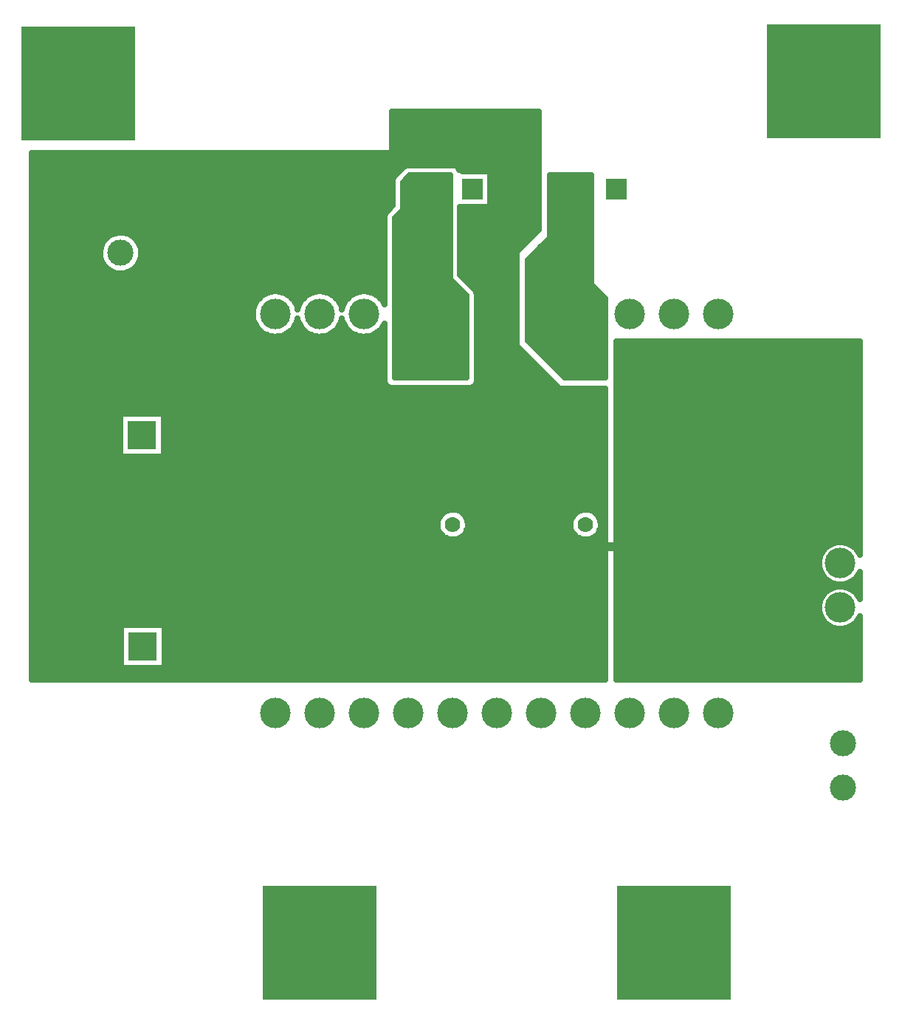
<source format=gbr>
G04 DipTrace 2.3.0.3*
%INBottom.gbr*%
%MOMM*%
%ADD13C,0.5*%
%ADD15C,1.0*%
%ADD17C,0.33*%
%ADD19C,0.635*%
%ADD24R,3.3X3.3*%
%ADD25C,3.3*%
%ADD27R,2.4X2.4*%
%ADD28C,2.4*%
%ADD29C,1.778*%
%ADD30C,1.778*%
%ADD31C,3.5*%
%ADD32C,3.5*%
%ADD34R,13.0X13.0*%
%ADD35C,3.0*%
%ADD39C,1.016*%
%FSLAX53Y53*%
G04*
G71*
G90*
G75*
G01*
%LNBottom*%
%LPD*%
X95330Y47705D2*
D13*
Y23575D1*
X95410Y23495D1*
X97790Y68580D2*
Y54610D1*
X95250Y52070D1*
Y47785D1*
X95330Y47705D1*
X148803Y75883D2*
Y80645D1*
X134938D1*
X132398Y78105D1*
Y75883D1*
X132293D1*
X101918D1*
X97790Y71755D1*
Y68580D1*
X147320Y45085D2*
Y55880D1*
X148273Y56832D1*
Y61595D1*
Y68898D1*
X148908Y69533D1*
Y75778D1*
X148803Y75883D1*
X171133Y44450D2*
X173990D1*
X171133D2*
Y40005D1*
Y37783D1*
X168953Y35603D1*
X168910Y35560D1*
X165735D1*
X185420Y38100D2*
X171450D1*
X171133Y37783D1*
X161925Y26352D2*
X170627D1*
X172720D1*
X174308Y27940D1*
X170627Y26352D2*
Y33928D1*
X168953Y35603D1*
X179070Y40005D2*
X171133D1*
X165735Y35560D2*
D15*
Y34925D1*
X151447D1*
D13*
X147320Y39053D1*
Y45085D1*
X146050Y61595D2*
D17*
X148273D1*
X137742Y75883D2*
Y63447D1*
X135890Y61595D1*
X140970D1*
Y55245D1*
X156580Y55615D2*
X156210Y55245D1*
Y61595D1*
X151130D1*
X154253Y75883D2*
Y63553D1*
X156210Y61595D1*
D39*
X147320Y45085D3*
X165735Y35560D3*
X173990Y44450D3*
X171133D3*
X161925Y26352D3*
X174308Y27940D3*
X179070Y40005D3*
X135452Y76838D2*
D19*
X140594D1*
X135314Y76207D2*
X140594D1*
X135314Y75575D2*
X140594D1*
X135314Y74943D2*
X140594D1*
X135314Y74312D2*
X140594D1*
X135314Y73680D2*
X140594D1*
X134837Y73048D2*
X140594D1*
X134366Y72417D2*
X140594D1*
X134366Y71785D2*
X140594D1*
X134366Y71153D2*
X140594D1*
X134366Y70522D2*
X140594D1*
X134366Y69890D2*
X140594D1*
X134366Y69258D2*
X140594D1*
X134366Y68627D2*
X140594D1*
X134366Y67995D2*
X140594D1*
X134366Y67363D2*
X140594D1*
X134366Y66732D2*
X140594D1*
X134366Y66100D2*
X140594D1*
X134366Y65468D2*
X140713D1*
X134366Y64837D2*
X141348D1*
X134366Y64205D2*
X141973D1*
X134366Y63573D2*
X142499D1*
X134366Y62942D2*
X142499D1*
X134366Y62310D2*
X142499D1*
X134366Y61678D2*
X142499D1*
X134366Y61047D2*
X142499D1*
X134366Y60415D2*
X142499D1*
X134366Y59783D2*
X142499D1*
X134366Y59152D2*
X142499D1*
X134366Y58520D2*
X142499D1*
X134366Y57888D2*
X142499D1*
X134366Y57257D2*
X142499D1*
X134366Y56625D2*
X142499D1*
X134366Y55993D2*
X142499D1*
X134366Y55362D2*
X142499D1*
X134366Y54730D2*
X142499D1*
X134303Y59055D2*
Y54293D1*
X142558D1*
Y63688D1*
X140743Y65507D1*
X140653Y65722D1*
Y77470D1*
X136019D1*
X135252Y76700D1*
X135250Y73652D1*
X135162Y73436D1*
X134299Y72573D1*
X134303Y59372D1*
Y59055D1*
X152141Y76838D2*
X156786D1*
X152141Y76207D2*
X156786D1*
X152141Y75575D2*
X156786D1*
X152141Y74943D2*
X156786D1*
X152141Y74312D2*
X156786D1*
X152141Y73680D2*
X156786D1*
X152141Y73048D2*
X156786D1*
X152141Y72417D2*
X156786D1*
X152141Y71785D2*
X156786D1*
X152141Y71153D2*
X156786D1*
X152141Y70522D2*
X156786D1*
X151685Y69890D2*
X156786D1*
X151050Y69258D2*
X156786D1*
X150415Y68627D2*
X156786D1*
X149790Y67995D2*
X156786D1*
X149606Y67363D2*
X156786D1*
X149606Y66732D2*
X156786D1*
X149606Y66100D2*
X156786D1*
X149606Y65468D2*
X156786D1*
X149606Y64837D2*
X156906D1*
X149606Y64205D2*
X157531D1*
X149606Y63573D2*
X158166D1*
X149606Y62942D2*
X158374D1*
X149606Y62310D2*
X158374D1*
X149606Y61678D2*
X158374D1*
X149606Y61047D2*
X158374D1*
X149606Y60415D2*
X158374D1*
X149606Y59783D2*
X158374D1*
X149606Y59152D2*
X158374D1*
X149641Y58520D2*
X158374D1*
X150266Y57888D2*
X158374D1*
X150901Y57257D2*
X158374D1*
X151536Y56625D2*
X158374D1*
X152161Y55993D2*
X158374D1*
X152796Y55362D2*
X158374D1*
X153431Y54730D2*
X158374D1*
X156528Y77470D2*
X152082D1*
X152078Y70477D1*
X151990Y70260D1*
X149541Y67812D1*
X149543Y58549D1*
X153799Y54295D1*
X158433Y54293D1*
Y63371D1*
X156935Y64872D1*
X156845Y65087D1*
Y77470D1*
X156528D1*
X134044Y84141D2*
X150754D1*
X134044Y83509D2*
X150754D1*
X134044Y82878D2*
X150754D1*
X134044Y82246D2*
X150754D1*
X134044Y81614D2*
X150754D1*
X134044Y80982D2*
X150754D1*
X134044Y80351D2*
X150754D1*
X92774Y79719D2*
X150754D1*
X92774Y79087D2*
X150754D1*
X92774Y78456D2*
X135316D1*
X141544D2*
X150754D1*
X92774Y77824D2*
X134671D1*
X145295D2*
X150754D1*
X92774Y77192D2*
X134115D1*
X145295D2*
X150754D1*
X92774Y76561D2*
X134036D1*
X145295D2*
X150754D1*
X92774Y75929D2*
X134036D1*
X145295D2*
X150754D1*
X92774Y75298D2*
X134036D1*
X145295D2*
X150754D1*
X92774Y74666D2*
X134036D1*
X145295D2*
X150754D1*
X92774Y74034D2*
X134036D1*
X145295D2*
X150754D1*
X92774Y73403D2*
X133420D1*
X141872D2*
X150754D1*
X92774Y72771D2*
X133083D1*
X141872D2*
X150754D1*
X92774Y72139D2*
X133083D1*
X141872D2*
X150754D1*
X92774Y71508D2*
X133083D1*
X141872D2*
X150754D1*
X92774Y70876D2*
X102345D1*
X103395D2*
X133083D1*
X141872D2*
X150377D1*
X92774Y70244D2*
X101154D1*
X104586D2*
X133083D1*
X141872D2*
X149742D1*
X92774Y69612D2*
X100708D1*
X105032D2*
X133083D1*
X141872D2*
X149107D1*
X92774Y68981D2*
X100500D1*
X105240D2*
X133083D1*
X141872D2*
X148482D1*
X92774Y68349D2*
X100480D1*
X105260D2*
X133083D1*
X141872D2*
X148214D1*
X92774Y67717D2*
X100629D1*
X105111D2*
X133083D1*
X141872D2*
X148214D1*
X92774Y67086D2*
X101006D1*
X104734D2*
X133083D1*
X141872D2*
X148214D1*
X92774Y66454D2*
X101819D1*
X103921D2*
X133083D1*
X141872D2*
X148214D1*
X92774Y65822D2*
X133083D1*
X142130D2*
X148214D1*
X92774Y65191D2*
X133083D1*
X142755D2*
X148214D1*
X92774Y64559D2*
X133083D1*
X143390D2*
X148214D1*
X92774Y63928D2*
X119450D1*
X121850D2*
X124530D1*
X126930D2*
X129610D1*
X132010D2*
X133083D1*
X143777D2*
X148214D1*
X92774Y63296D2*
X118627D1*
X122673D2*
X123707D1*
X127753D2*
X128787D1*
X132833D2*
X133078D1*
X143777D2*
X148214D1*
X92774Y62664D2*
X118220D1*
X123080D2*
X123298D1*
X128160D2*
X128378D1*
X143777D2*
X148214D1*
X92774Y62033D2*
X118032D1*
X143777D2*
X148214D1*
X92774Y61401D2*
X118002D1*
X143777D2*
X148214D1*
X92774Y60769D2*
X118131D1*
X143777D2*
X148214D1*
X92774Y60138D2*
X118438D1*
X122862D2*
X123518D1*
X127942D2*
X128598D1*
X143777D2*
X148214D1*
X92774Y59506D2*
X119054D1*
X122246D2*
X124134D1*
X127326D2*
X129214D1*
X132406D2*
X133083D1*
X143777D2*
X148214D1*
X92774Y58874D2*
X133083D1*
X143777D2*
X148214D1*
X92774Y58242D2*
X133083D1*
X143777D2*
X148214D1*
X92774Y57611D2*
X133083D1*
X143777D2*
X148571D1*
X92774Y56979D2*
X133083D1*
X143777D2*
X149196D1*
X92774Y56347D2*
X133083D1*
X143777D2*
X149831D1*
X92774Y55716D2*
X133083D1*
X143777D2*
X150466D1*
X92774Y55084D2*
X133083D1*
X143777D2*
X151091D1*
X92774Y54452D2*
X133083D1*
X143777D2*
X151726D1*
X92774Y53821D2*
X133093D1*
X143767D2*
X152361D1*
X92774Y53189D2*
X133619D1*
X143241D2*
X152986D1*
X92774Y52558D2*
X158369D1*
X92774Y51926D2*
X158369D1*
X92774Y51294D2*
X158369D1*
X92774Y50663D2*
X158369D1*
X92774Y50031D2*
X102772D1*
X107889D2*
X158369D1*
X92774Y49399D2*
X102772D1*
X107889D2*
X158369D1*
X92774Y48768D2*
X102772D1*
X107889D2*
X158369D1*
X92774Y48136D2*
X102772D1*
X107889D2*
X158369D1*
X92774Y47504D2*
X102772D1*
X107889D2*
X158369D1*
X92774Y46872D2*
X102772D1*
X107889D2*
X158369D1*
X92774Y46241D2*
X102772D1*
X107889D2*
X158369D1*
X92774Y45609D2*
X102772D1*
X107889D2*
X158369D1*
X92774Y44977D2*
X158369D1*
X92774Y44346D2*
X158369D1*
X92774Y43714D2*
X158369D1*
X92774Y43082D2*
X158369D1*
X92774Y42451D2*
X158369D1*
X92774Y41819D2*
X158369D1*
X92774Y41188D2*
X158369D1*
X92774Y40556D2*
X158369D1*
X92774Y39924D2*
X158369D1*
X92774Y39293D2*
X158369D1*
X92774Y38661D2*
X139651D1*
X142289D2*
X154891D1*
X157529D2*
X158369D1*
X92774Y38029D2*
X139274D1*
X142666D2*
X154514D1*
X157906D2*
X158369D1*
X92774Y37398D2*
X139175D1*
X142765D2*
X154415D1*
X158005D2*
X158369D1*
X92774Y36766D2*
X139324D1*
X142616D2*
X154564D1*
X157856D2*
X158369D1*
X92774Y36134D2*
X139800D1*
X142140D2*
X155040D1*
X157380D2*
X158369D1*
X92774Y35503D2*
X158369D1*
X92774Y34871D2*
X158369D1*
X92774Y34239D2*
X158369D1*
X92774Y33607D2*
X158369D1*
X92774Y32976D2*
X158369D1*
X92774Y32344D2*
X158369D1*
X92774Y31712D2*
X158369D1*
X92774Y31081D2*
X158369D1*
X92774Y30449D2*
X158369D1*
X92774Y29817D2*
X158369D1*
X92774Y29186D2*
X158369D1*
X92774Y28554D2*
X158369D1*
X92774Y27923D2*
X158369D1*
X92774Y27291D2*
X158369D1*
X92774Y26659D2*
X158369D1*
X92774Y26028D2*
X158369D1*
X92774Y25396D2*
X102851D1*
X107969D2*
X158369D1*
X92774Y24764D2*
X102851D1*
X107969D2*
X158369D1*
X92774Y24133D2*
X102851D1*
X107969D2*
X158369D1*
X92774Y23501D2*
X102851D1*
X107969D2*
X158369D1*
X92774Y22869D2*
X102851D1*
X107969D2*
X158369D1*
X92774Y22237D2*
X102851D1*
X107969D2*
X158369D1*
X92774Y21606D2*
X102851D1*
X107969D2*
X158369D1*
X92774Y20974D2*
X158369D1*
X92774Y20342D2*
X158369D1*
X92774Y19711D2*
X158369D1*
X123189Y61093D2*
X123070Y60664D1*
X122938Y60375D1*
X122772Y60105D1*
X122574Y59857D1*
X122347Y59635D1*
X122095Y59442D1*
X121821Y59282D1*
X121530Y59156D1*
X121226Y59067D1*
X120912Y59015D1*
X120595Y59003D1*
X120279Y59029D1*
X119969Y59093D1*
X119668Y59195D1*
X119382Y59333D1*
X119115Y59505D1*
X118872Y59708D1*
X118655Y59939D1*
X118467Y60195D1*
X118313Y60473D1*
X118193Y60766D1*
X118110Y61073D1*
X118065Y61387D1*
X118059Y61704D1*
X118092Y62020D1*
X118163Y62329D1*
X118271Y62627D1*
X118415Y62910D1*
X118593Y63173D1*
X118801Y63413D1*
X119037Y63625D1*
X119297Y63807D1*
X119577Y63955D1*
X119873Y64069D1*
X120181Y64145D1*
X120496Y64183D1*
X120814D1*
X121129Y64143D1*
X121436Y64066D1*
X121732Y63951D1*
X122012Y63802D1*
X122271Y63619D1*
X122506Y63405D1*
X122713Y63165D1*
X122890Y62901D1*
X123033Y62618D1*
X123140Y62319D1*
X123190Y62097D1*
X123243Y62329D1*
X123351Y62627D1*
X123495Y62910D1*
X123673Y63173D1*
X123881Y63413D1*
X124117Y63625D1*
X124377Y63807D1*
X124657Y63955D1*
X124953Y64069D1*
X125261Y64145D1*
X125576Y64183D1*
X125894D1*
X126208Y64143D1*
X126516Y64066D1*
X126812Y63951D1*
X127092Y63802D1*
X127351Y63619D1*
X127586Y63405D1*
X127793Y63165D1*
X127970Y62901D1*
X128113Y62618D1*
X128220Y62319D1*
X128270Y62097D1*
X128323Y62329D1*
X128431Y62627D1*
X128575Y62910D1*
X128753Y63173D1*
X128961Y63413D1*
X129197Y63625D1*
X129457Y63807D1*
X129737Y63955D1*
X130033Y64069D1*
X130341Y64145D1*
X130656Y64183D1*
X130974D1*
X131288Y64143D1*
X131596Y64066D1*
X131892Y63951D1*
X132172Y63802D1*
X132431Y63619D1*
X132666Y63405D1*
X132873Y63165D1*
X133143Y62715D1*
X133142Y72707D1*
X133201Y73018D1*
X133389Y73304D1*
X134098Y74012D1*
X134095Y76835D1*
X134154Y77145D1*
X134341Y77431D1*
X135294Y78384D1*
X135555Y78561D1*
X135890Y78630D1*
X140970D1*
X141280Y78571D1*
X141547Y78402D1*
X141735Y78138D1*
X141711Y78186D1*
X142102Y77925D1*
X145235D1*
Y73840D1*
X141812D1*
X141813Y66070D1*
X143471Y64414D1*
X143648Y64153D1*
X143718Y63817D1*
Y53975D1*
X143659Y53665D1*
X143490Y53398D1*
X143235Y53213D1*
X142875Y53132D1*
X133985D1*
X133675Y53191D1*
X133408Y53360D1*
X133223Y53615D1*
X133142Y53975D1*
Y60454D1*
X132932Y60105D1*
X132734Y59857D1*
X132507Y59635D1*
X132255Y59442D1*
X131981Y59282D1*
X131690Y59156D1*
X131386Y59067D1*
X131072Y59015D1*
X130755Y59003D1*
X130439Y59029D1*
X130129Y59093D1*
X129828Y59195D1*
X129542Y59333D1*
X129275Y59505D1*
X129032Y59708D1*
X128815Y59939D1*
X128627Y60195D1*
X128473Y60473D1*
X128353Y60766D1*
X128269Y61083D1*
X128150Y60664D1*
X128018Y60375D1*
X127852Y60105D1*
X127654Y59857D1*
X127427Y59635D1*
X127175Y59442D1*
X126901Y59282D1*
X126610Y59156D1*
X126306Y59067D1*
X125992Y59015D1*
X125675Y59003D1*
X125359Y59029D1*
X125049Y59093D1*
X124748Y59195D1*
X124462Y59333D1*
X124196Y59505D1*
X123952Y59708D1*
X123735Y59939D1*
X123547Y60195D1*
X123393Y60473D1*
X123273Y60766D1*
X123189Y61083D1*
X103235Y25988D2*
X107903D1*
Y21002D1*
X102917D1*
Y25988D1*
X103235D1*
X105191Y68263D2*
X105127Y67953D1*
X105022Y67654D1*
X104877Y67371D1*
X104695Y67111D1*
X104480Y66878D1*
X104235Y66676D1*
X103966Y66509D1*
X103676Y66380D1*
X103371Y66291D1*
X103058Y66245D1*
X102740Y66241D1*
X102425Y66280D1*
X102119Y66361D1*
X101826Y66483D1*
X101552Y66643D1*
X101302Y66839D1*
X101082Y67067D1*
X100893Y67322D1*
X100742Y67601D1*
X100629Y67897D1*
X100557Y68206D1*
X100528Y68522D1*
X100541Y68839D1*
X100598Y69151D1*
X100696Y69453D1*
X100834Y69739D1*
X101009Y70003D1*
X101218Y70242D1*
X101458Y70449D1*
X101723Y70623D1*
X102010Y70759D1*
X102312Y70856D1*
X102625Y70910D1*
X102942Y70922D1*
X103258Y70891D1*
X103566Y70817D1*
X103862Y70703D1*
X104140Y70549D1*
X104394Y70359D1*
X104620Y70137D1*
X104815Y69886D1*
X104973Y69612D1*
X105094Y69318D1*
X105173Y69011D1*
X105213Y68580D1*
X105191Y68263D1*
X142673Y37149D2*
X142587Y36844D1*
X142447Y36560D1*
X142257Y36306D1*
X142024Y36091D1*
X141756Y35922D1*
X141461Y35804D1*
X141150Y35742D1*
X140833Y35739D1*
X140521Y35792D1*
X140223Y35902D1*
X139951Y36065D1*
X139713Y36274D1*
X139517Y36523D1*
X139369Y36804D1*
X139276Y37107D1*
X139239Y37422D1*
X139260Y37738D1*
X139338Y38045D1*
X139471Y38333D1*
X139655Y38592D1*
X139882Y38812D1*
X140146Y38988D1*
X140437Y39113D1*
X140747Y39182D1*
X141064Y39194D1*
X141377Y39148D1*
X141677Y39046D1*
X141954Y38890D1*
X142197Y38687D1*
X142399Y38443D1*
X142554Y38166D1*
X142655Y37866D1*
X142702Y37465D1*
X142673Y37149D1*
X157913D2*
X157827Y36844D1*
X157687Y36560D1*
X157497Y36306D1*
X157264Y36091D1*
X156996Y35922D1*
X156701Y35804D1*
X156390Y35742D1*
X156073Y35739D1*
X155761Y35792D1*
X155463Y35902D1*
X155191Y36065D1*
X154953Y36274D1*
X154757Y36523D1*
X154609Y36804D1*
X154516Y37107D1*
X154479Y37422D1*
X154500Y37738D1*
X154578Y38045D1*
X154711Y38333D1*
X154895Y38592D1*
X155122Y38812D1*
X155386Y38988D1*
X155677Y39113D1*
X155987Y39182D1*
X156304Y39194D1*
X156617Y39148D1*
X156917Y39046D1*
X157194Y38890D1*
X157437Y38687D1*
X157639Y38443D1*
X157794Y38166D1*
X157895Y37866D1*
X157942Y37465D1*
X157913Y37149D1*
X103155Y50198D2*
X107823D1*
Y45212D1*
X102837D1*
Y50198D1*
X103155D1*
X93028Y19685D2*
X158433D1*
Y53023D1*
X153344Y53027D1*
X153128Y53115D1*
X148363Y57887D1*
X148273Y58102D1*
X148277Y68588D1*
X148365Y68804D1*
X150814Y71253D1*
X150812Y84773D1*
X133985D1*
Y80327D1*
X133956Y80195D1*
X133712Y80013D1*
X101600Y80010D1*
X92710D1*
Y19685D1*
X93028D1*
X159766Y57788D2*
X187579D1*
X159766Y57157D2*
X187579D1*
X159766Y56525D2*
X187579D1*
X159766Y55893D2*
X187579D1*
X159766Y55262D2*
X187579D1*
X159766Y54630D2*
X187579D1*
X159766Y53998D2*
X187579D1*
X159766Y53367D2*
X187579D1*
X159766Y52735D2*
X187579D1*
X159766Y52103D2*
X187579D1*
X159766Y51472D2*
X187579D1*
X159766Y50840D2*
X187579D1*
X159766Y50208D2*
X187579D1*
X159766Y49577D2*
X187579D1*
X159766Y48945D2*
X187579D1*
X159766Y48313D2*
X187579D1*
X159766Y47682D2*
X187579D1*
X159766Y47050D2*
X187579D1*
X159766Y46418D2*
X187579D1*
X159766Y45787D2*
X187579D1*
X159766Y45155D2*
X187579D1*
X159766Y44523D2*
X187579D1*
X159766Y43892D2*
X187579D1*
X159766Y43260D2*
X187579D1*
X159766Y42628D2*
X187579D1*
X159766Y41997D2*
X187579D1*
X159766Y41365D2*
X187579D1*
X159766Y40733D2*
X187579D1*
X159766Y40102D2*
X187579D1*
X159766Y39470D2*
X187579D1*
X159766Y38838D2*
X187579D1*
X159766Y38207D2*
X187579D1*
X159766Y37575D2*
X187579D1*
X159766Y36943D2*
X187579D1*
X159766Y36312D2*
X187579D1*
X159766Y35680D2*
X187579D1*
X159766Y35048D2*
X184032D1*
X186808D2*
X187579D1*
X159766Y34417D2*
X183377D1*
X159766Y33785D2*
X183060D1*
X159766Y33153D2*
X182941D1*
X159766Y32522D2*
X182990D1*
X159766Y31890D2*
X183218D1*
X159766Y31258D2*
X183695D1*
X187145D2*
X187579D1*
X159766Y30627D2*
X184984D1*
X185856D2*
X187579D1*
X159766Y29995D2*
X184072D1*
X186768D2*
X187579D1*
X159766Y29363D2*
X183397D1*
X159766Y28732D2*
X183069D1*
X159766Y28100D2*
X182941D1*
X159766Y27468D2*
X182980D1*
X159766Y26837D2*
X183198D1*
X159766Y26205D2*
X183665D1*
X187175D2*
X187579D1*
X159766Y25573D2*
X184836D1*
X186004D2*
X187579D1*
X159766Y24942D2*
X187579D1*
X159766Y24310D2*
X187579D1*
X159766Y23678D2*
X187579D1*
X159766Y23047D2*
X187579D1*
X159766Y22415D2*
X187579D1*
X159766Y21783D2*
X187579D1*
X159766Y21152D2*
X187579D1*
X159766Y20520D2*
X187579D1*
X159766Y19888D2*
X187579D1*
X187645Y32065D2*
X187518Y31807D1*
X187341Y31544D1*
X187132Y31305D1*
X186893Y31096D1*
X186629Y30920D1*
X186344Y30780D1*
X186044Y30679D1*
X185732Y30617D1*
X185416Y30597D1*
X185099Y30618D1*
X184788Y30681D1*
X184488Y30784D1*
X184204Y30924D1*
X183940Y31101D1*
X183702Y31311D1*
X183494Y31550D1*
X183318Y31814D1*
X183179Y32099D1*
X183078Y32400D1*
X183017Y32712D1*
X182997Y33028D1*
X183019Y33345D1*
X183082Y33656D1*
X183185Y33956D1*
X183327Y34240D1*
X183504Y34503D1*
X183714Y34740D1*
X183953Y34949D1*
X184218Y35124D1*
X184503Y35263D1*
X184804Y35363D1*
X185116Y35424D1*
X185432Y35443D1*
X185749Y35420D1*
X186060Y35357D1*
X186360Y35253D1*
X186643Y35111D1*
X186906Y34934D1*
X187143Y34723D1*
X187351Y34483D1*
X187526Y34218D1*
X187643Y33978D1*
Y58420D1*
X159702D1*
Y19685D1*
X187643D1*
Y26978D1*
X187518Y26727D1*
X187341Y26464D1*
X187132Y26225D1*
X186893Y26016D1*
X186629Y25840D1*
X186344Y25700D1*
X186044Y25599D1*
X185732Y25537D1*
X185416Y25517D1*
X185099Y25538D1*
X184788Y25601D1*
X184488Y25703D1*
X184204Y25844D1*
X183940Y26021D1*
X183702Y26231D1*
X183494Y26470D1*
X183318Y26735D1*
X183179Y27019D1*
X183078Y27320D1*
X183017Y27632D1*
X182997Y27948D1*
X183019Y28265D1*
X183082Y28576D1*
X183185Y28876D1*
X183327Y29160D1*
X183504Y29423D1*
X183714Y29660D1*
X183953Y29869D1*
X184218Y30044D1*
X184503Y30183D1*
X184804Y30283D1*
X185116Y30344D1*
X185432Y30363D1*
X185749Y30340D1*
X186060Y30277D1*
X186360Y30173D1*
X186643Y30031D1*
X186906Y29854D1*
X187143Y29643D1*
X187351Y29403D1*
X187526Y29138D1*
X187643Y28898D1*
Y32058D1*
D24*
X105410Y23495D3*
D25*
X95410D3*
D24*
X105330Y47705D3*
D25*
X95330D3*
D27*
X143192Y75883D3*
D28*
X137742D3*
X132292D3*
D27*
X159703D3*
D28*
X154253D3*
X148803D3*
D29*
X156210Y55245D3*
D30*
Y37465D3*
D29*
X140970D3*
D30*
Y55245D3*
D31*
X185420Y38100D3*
Y33020D3*
Y27940D3*
D32*
X120650Y61595D3*
X125730D3*
X130810D3*
X135890D3*
X140970D3*
X146050D3*
X151130D3*
X156210D3*
X161290D3*
X166370D3*
X171450D3*
Y15875D3*
X166370D3*
X161290D3*
X156210D3*
X151130D3*
X146050D3*
X140970D3*
X135890D3*
X130810D3*
X125730D3*
X120650D3*
D34*
X166370Y-10477D3*
X125730D3*
D35*
X97790Y68580D3*
X102870D3*
X185737Y12382D3*
Y7303D3*
D34*
X98000Y88000D3*
X183515Y88265D3*
M02*

</source>
